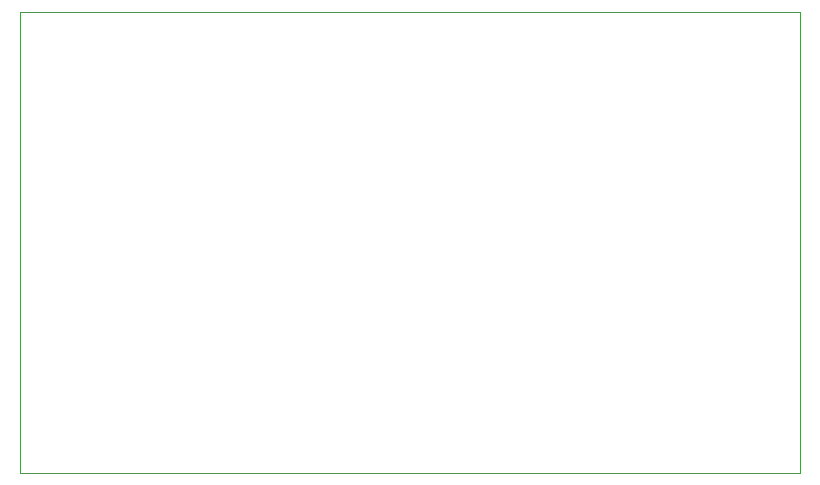
<source format=gbr>
G04 #@! TF.GenerationSoftware,KiCad,Pcbnew,(6.0.5)*
G04 #@! TF.CreationDate,2022-05-09T22:53:36+02:00*
G04 #@! TF.ProjectId,Zasilacz_impulsowy_FAN6602R,5a617369-6c61-4637-9a5f-696d70756c73,rev?*
G04 #@! TF.SameCoordinates,Original*
G04 #@! TF.FileFunction,Profile,NP*
%FSLAX46Y46*%
G04 Gerber Fmt 4.6, Leading zero omitted, Abs format (unit mm)*
G04 Created by KiCad (PCBNEW (6.0.5)) date 2022-05-09 22:53:36*
%MOMM*%
%LPD*%
G01*
G04 APERTURE LIST*
G04 #@! TA.AperFunction,Profile*
%ADD10C,0.100000*%
G04 #@! TD*
G04 APERTURE END LIST*
D10*
X119500000Y-81000000D02*
X185500000Y-81000000D01*
X185500000Y-81000000D02*
X185500000Y-120000000D01*
X185500000Y-120000000D02*
X119500000Y-120000000D01*
X119500000Y-120000000D02*
X119500000Y-81000000D01*
M02*

</source>
